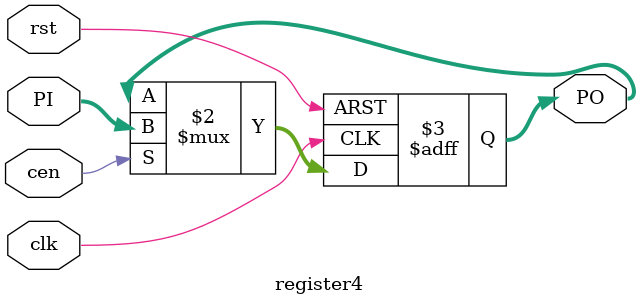
<source format=sv>
module register4(input [3:0] PI, input rst, clk, cen, output logic [3:0] PO);

	always @(posedge clk , posedge rst) begin
		if (rst) PO <= 4'd0;
		else
			PO <= (cen) ? PI : PO;
	end
endmodule

</source>
